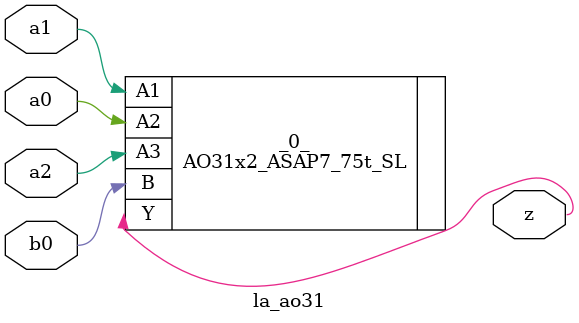
<source format=v>

/* Generated by Yosys 0.44 (git sha1 80ba43d26, g++ 11.4.0-1ubuntu1~22.04 -fPIC -O3) */

(* top =  1  *)
(* src = "generated" *)
(* keep_hierarchy *)
module la_ao31 (
    a0,
    a1,
    a2,
    b0,
    z
);
  (* src = "generated" *)
  input a0;
  wire a0;
  (* src = "generated" *)
  input a1;
  wire a1;
  (* src = "generated" *)
  input a2;
  wire a2;
  (* src = "generated" *)
  input b0;
  wire b0;
  (* src = "generated" *)
  output z;
  wire z;
  AO31x2_ASAP7_75t_SL _0_ (
      .A1(a1),
      .A2(a0),
      .A3(a2),
      .B (b0),
      .Y (z)
  );
endmodule

</source>
